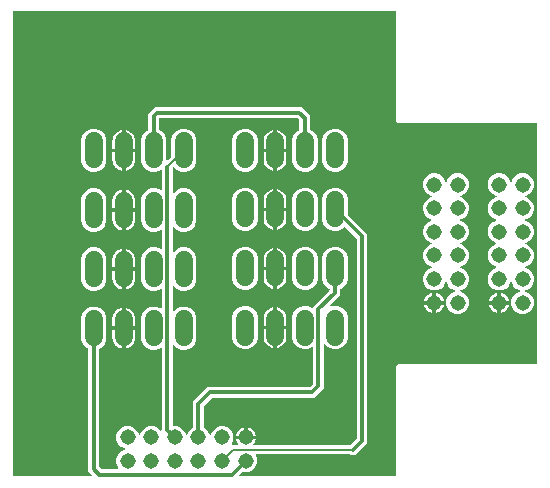
<source format=gbr>
G04 EAGLE Gerber RS-274X export*
G75*
%MOMM*%
%FSLAX34Y34*%
%LPD*%
%INBottom Copper*%
%IPPOS*%
%AMOC8*
5,1,8,0,0,1.08239X$1,22.5*%
G01*
%ADD10C,1.310009*%
%ADD11C,1.524000*%
%ADD12C,0.152400*%
%ADD13C,0.304800*%

G36*
X69217Y3060D02*
X69217Y3060D01*
X69289Y3062D01*
X69338Y3080D01*
X69389Y3088D01*
X69453Y3122D01*
X69520Y3147D01*
X69561Y3179D01*
X69607Y3204D01*
X69656Y3256D01*
X69712Y3300D01*
X69740Y3344D01*
X69776Y3382D01*
X69806Y3447D01*
X69845Y3507D01*
X69858Y3558D01*
X69880Y3605D01*
X69888Y3676D01*
X69905Y3746D01*
X69901Y3798D01*
X69907Y3849D01*
X69892Y3920D01*
X69886Y3991D01*
X69866Y4039D01*
X69855Y4090D01*
X69818Y4151D01*
X69790Y4217D01*
X69745Y4273D01*
X69728Y4301D01*
X69711Y4316D01*
X69685Y4348D01*
X66827Y7206D01*
X66827Y110718D01*
X66809Y110832D01*
X66791Y110949D01*
X66789Y110954D01*
X66788Y110960D01*
X66733Y111063D01*
X66680Y111168D01*
X66675Y111172D01*
X66672Y111178D01*
X66588Y111258D01*
X66504Y111340D01*
X66498Y111344D01*
X66494Y111347D01*
X66477Y111355D01*
X66357Y111421D01*
X65357Y111835D01*
X62355Y114837D01*
X60731Y118758D01*
X60731Y138242D01*
X62355Y142163D01*
X65357Y145165D01*
X69278Y146789D01*
X73522Y146789D01*
X77443Y145165D01*
X80445Y142163D01*
X82069Y138242D01*
X82069Y118758D01*
X80445Y114837D01*
X77443Y111835D01*
X76443Y111421D01*
X76343Y111359D01*
X76243Y111299D01*
X76239Y111295D01*
X76234Y111291D01*
X76159Y111201D01*
X76083Y111113D01*
X76081Y111107D01*
X76077Y111102D01*
X76035Y110993D01*
X75991Y110884D01*
X75990Y110877D01*
X75989Y110872D01*
X75988Y110854D01*
X75973Y110718D01*
X75973Y11309D01*
X75987Y11219D01*
X75995Y11128D01*
X76007Y11099D01*
X76012Y11067D01*
X76055Y10986D01*
X76091Y10902D01*
X76117Y10870D01*
X76128Y10849D01*
X76151Y10827D01*
X76196Y10771D01*
X77671Y9296D01*
X77745Y9243D01*
X77815Y9183D01*
X77845Y9171D01*
X77871Y9152D01*
X77958Y9125D01*
X78043Y9091D01*
X78084Y9087D01*
X78106Y9080D01*
X78138Y9081D01*
X78209Y9073D01*
X91515Y9073D01*
X91586Y9084D01*
X91657Y9086D01*
X91706Y9104D01*
X91758Y9112D01*
X91821Y9146D01*
X91888Y9171D01*
X91929Y9203D01*
X91975Y9228D01*
X92024Y9279D01*
X92080Y9324D01*
X92109Y9368D01*
X92144Y9406D01*
X92175Y9471D01*
X92213Y9531D01*
X92226Y9582D01*
X92248Y9629D01*
X92256Y9700D01*
X92273Y9770D01*
X92269Y9822D01*
X92275Y9873D01*
X92260Y9944D01*
X92254Y10015D01*
X92234Y10063D01*
X92223Y10114D01*
X92186Y10175D01*
X92158Y10241D01*
X92113Y10297D01*
X92097Y10325D01*
X92079Y10340D01*
X92053Y10372D01*
X91863Y10563D01*
X90401Y14091D01*
X90401Y17909D01*
X91863Y21437D01*
X94563Y24137D01*
X97361Y25297D01*
X97422Y25335D01*
X97488Y25364D01*
X97526Y25399D01*
X97570Y25426D01*
X97616Y25482D01*
X97669Y25530D01*
X97694Y25576D01*
X97727Y25616D01*
X97753Y25683D01*
X97788Y25746D01*
X97797Y25797D01*
X97815Y25845D01*
X97818Y25917D01*
X97831Y25988D01*
X97824Y26039D01*
X97826Y26091D01*
X97806Y26160D01*
X97795Y26231D01*
X97772Y26277D01*
X97757Y26327D01*
X97716Y26386D01*
X97684Y26450D01*
X97647Y26487D01*
X97617Y26529D01*
X97560Y26572D01*
X97508Y26622D01*
X97446Y26657D01*
X97420Y26676D01*
X97397Y26683D01*
X97361Y26703D01*
X94563Y27863D01*
X91863Y30563D01*
X90401Y34091D01*
X90401Y37909D01*
X91863Y41437D01*
X94563Y44137D01*
X98091Y45599D01*
X101909Y45599D01*
X105437Y44137D01*
X108138Y41437D01*
X109297Y38639D01*
X109335Y38578D01*
X109364Y38512D01*
X109399Y38474D01*
X109426Y38430D01*
X109482Y38384D01*
X109530Y38331D01*
X109576Y38306D01*
X109616Y38273D01*
X109683Y38247D01*
X109746Y38212D01*
X109797Y38203D01*
X109845Y38185D01*
X109917Y38182D01*
X109988Y38169D01*
X110039Y38176D01*
X110091Y38174D01*
X110160Y38194D01*
X110231Y38205D01*
X110277Y38228D01*
X110327Y38243D01*
X110386Y38284D01*
X110450Y38316D01*
X110487Y38353D01*
X110530Y38383D01*
X110572Y38440D01*
X110623Y38492D01*
X110657Y38554D01*
X110676Y38580D01*
X110684Y38603D01*
X110703Y38639D01*
X111863Y41437D01*
X114563Y44137D01*
X118091Y45599D01*
X121909Y45599D01*
X125437Y44137D01*
X127628Y41947D01*
X127686Y41905D01*
X127738Y41856D01*
X127785Y41834D01*
X127827Y41804D01*
X127896Y41782D01*
X127961Y41752D01*
X128013Y41746D01*
X128063Y41731D01*
X128134Y41733D01*
X128205Y41725D01*
X128256Y41736D01*
X128308Y41738D01*
X128376Y41762D01*
X128446Y41777D01*
X128491Y41804D01*
X128539Y41822D01*
X128595Y41867D01*
X128657Y41904D01*
X128691Y41943D01*
X128731Y41976D01*
X128770Y42036D01*
X128817Y42090D01*
X128836Y42139D01*
X128864Y42183D01*
X128882Y42252D01*
X128909Y42319D01*
X128917Y42390D01*
X128925Y42421D01*
X128923Y42444D01*
X128927Y42485D01*
X128927Y110979D01*
X128920Y111025D01*
X128922Y111071D01*
X128900Y111145D01*
X128888Y111222D01*
X128866Y111263D01*
X128853Y111307D01*
X128809Y111371D01*
X128772Y111440D01*
X128739Y111471D01*
X128713Y111509D01*
X128650Y111555D01*
X128594Y111609D01*
X128552Y111628D01*
X128516Y111656D01*
X128442Y111680D01*
X128371Y111713D01*
X128325Y111718D01*
X128282Y111732D01*
X128204Y111731D01*
X128127Y111740D01*
X128082Y111730D01*
X128036Y111730D01*
X127904Y111691D01*
X127886Y111687D01*
X127882Y111685D01*
X127875Y111683D01*
X124322Y110211D01*
X120078Y110211D01*
X116157Y111835D01*
X113155Y114837D01*
X111531Y118758D01*
X111531Y138242D01*
X113155Y142163D01*
X116157Y145165D01*
X120078Y146789D01*
X124322Y146789D01*
X127875Y145317D01*
X127919Y145307D01*
X127961Y145287D01*
X128038Y145279D01*
X128114Y145261D01*
X128160Y145265D01*
X128205Y145260D01*
X128282Y145277D01*
X128359Y145284D01*
X128401Y145303D01*
X128446Y145313D01*
X128513Y145353D01*
X128584Y145384D01*
X128618Y145415D01*
X128657Y145439D01*
X128708Y145498D01*
X128765Y145551D01*
X128787Y145591D01*
X128817Y145626D01*
X128846Y145698D01*
X128883Y145766D01*
X128892Y145811D01*
X128909Y145854D01*
X128924Y145990D01*
X128927Y146008D01*
X128926Y146013D01*
X128927Y146021D01*
X128927Y160979D01*
X128920Y161025D01*
X128922Y161071D01*
X128900Y161145D01*
X128888Y161222D01*
X128866Y161263D01*
X128853Y161307D01*
X128809Y161371D01*
X128772Y161440D01*
X128739Y161471D01*
X128713Y161509D01*
X128650Y161555D01*
X128594Y161609D01*
X128552Y161628D01*
X128516Y161656D01*
X128442Y161680D01*
X128371Y161713D01*
X128325Y161718D01*
X128282Y161732D01*
X128204Y161731D01*
X128127Y161740D01*
X128082Y161730D01*
X128036Y161730D01*
X127904Y161691D01*
X127886Y161687D01*
X127882Y161685D01*
X127875Y161683D01*
X124322Y160211D01*
X120078Y160211D01*
X116157Y161835D01*
X113155Y164837D01*
X111531Y168758D01*
X111531Y188242D01*
X113155Y192163D01*
X116157Y195165D01*
X120078Y196789D01*
X124322Y196789D01*
X127875Y195317D01*
X127919Y195307D01*
X127961Y195287D01*
X128038Y195279D01*
X128114Y195261D01*
X128160Y195265D01*
X128205Y195260D01*
X128282Y195277D01*
X128359Y195284D01*
X128401Y195303D01*
X128446Y195313D01*
X128513Y195353D01*
X128584Y195384D01*
X128618Y195415D01*
X128657Y195439D01*
X128708Y195498D01*
X128765Y195551D01*
X128787Y195591D01*
X128817Y195626D01*
X128846Y195698D01*
X128883Y195766D01*
X128892Y195811D01*
X128909Y195854D01*
X128924Y195990D01*
X128927Y196008D01*
X128926Y196013D01*
X128927Y196021D01*
X128927Y210979D01*
X128920Y211025D01*
X128922Y211071D01*
X128900Y211145D01*
X128888Y211222D01*
X128866Y211263D01*
X128853Y211307D01*
X128809Y211371D01*
X128772Y211440D01*
X128739Y211471D01*
X128713Y211509D01*
X128650Y211555D01*
X128594Y211609D01*
X128552Y211628D01*
X128516Y211656D01*
X128442Y211680D01*
X128371Y211713D01*
X128325Y211718D01*
X128282Y211732D01*
X128204Y211731D01*
X128127Y211740D01*
X128082Y211730D01*
X128036Y211730D01*
X127904Y211691D01*
X127886Y211687D01*
X127882Y211685D01*
X127875Y211683D01*
X124322Y210211D01*
X120078Y210211D01*
X116157Y211835D01*
X113155Y214837D01*
X111531Y218758D01*
X111531Y238242D01*
X113155Y242163D01*
X116157Y245165D01*
X120078Y246789D01*
X124322Y246789D01*
X127875Y245317D01*
X127919Y245307D01*
X127961Y245287D01*
X128038Y245279D01*
X128114Y245261D01*
X128160Y245265D01*
X128205Y245260D01*
X128282Y245277D01*
X128359Y245284D01*
X128401Y245303D01*
X128446Y245313D01*
X128513Y245353D01*
X128584Y245384D01*
X128618Y245415D01*
X128657Y245439D01*
X128708Y245498D01*
X128765Y245551D01*
X128787Y245591D01*
X128817Y245626D01*
X128846Y245698D01*
X128883Y245766D01*
X128892Y245811D01*
X128909Y245854D01*
X128924Y245990D01*
X128927Y246008D01*
X128926Y246013D01*
X128927Y246021D01*
X128927Y261479D01*
X128920Y261525D01*
X128922Y261571D01*
X128900Y261645D01*
X128888Y261722D01*
X128866Y261763D01*
X128853Y261807D01*
X128809Y261871D01*
X128772Y261940D01*
X128739Y261971D01*
X128713Y262009D01*
X128650Y262055D01*
X128594Y262109D01*
X128552Y262128D01*
X128516Y262156D01*
X128442Y262180D01*
X128371Y262213D01*
X128325Y262218D01*
X128282Y262232D01*
X128204Y262231D01*
X128127Y262240D01*
X128082Y262230D01*
X128036Y262230D01*
X127904Y262191D01*
X127886Y262187D01*
X127882Y262185D01*
X127875Y262183D01*
X124322Y260711D01*
X120078Y260711D01*
X116157Y262335D01*
X113155Y265337D01*
X111531Y269258D01*
X111531Y288742D01*
X113155Y292663D01*
X116157Y295665D01*
X117157Y296079D01*
X117257Y296141D01*
X117357Y296201D01*
X117361Y296205D01*
X117366Y296209D01*
X117441Y296299D01*
X117517Y296387D01*
X117519Y296393D01*
X117523Y296398D01*
X117565Y296507D01*
X117609Y296616D01*
X117610Y296623D01*
X117611Y296628D01*
X117612Y296646D01*
X117627Y296782D01*
X117627Y310094D01*
X123106Y315573D01*
X247394Y315573D01*
X254573Y308394D01*
X254573Y296865D01*
X254574Y296856D01*
X254574Y296852D01*
X254579Y296830D01*
X254592Y296750D01*
X254609Y296634D01*
X254611Y296629D01*
X254612Y296622D01*
X254667Y296520D01*
X254720Y296415D01*
X254725Y296411D01*
X254728Y296405D01*
X254812Y296325D01*
X254896Y296243D01*
X254902Y296239D01*
X254906Y296236D01*
X254923Y296228D01*
X255043Y296162D01*
X256243Y295665D01*
X259245Y292663D01*
X260869Y288742D01*
X260869Y269258D01*
X259245Y265337D01*
X256243Y262335D01*
X252322Y260711D01*
X248078Y260711D01*
X244157Y262335D01*
X241155Y265337D01*
X239531Y269258D01*
X239531Y288742D01*
X241155Y292663D01*
X244157Y295665D01*
X244957Y295996D01*
X245057Y296058D01*
X245157Y296118D01*
X245161Y296122D01*
X245166Y296126D01*
X245241Y296216D01*
X245317Y296305D01*
X245319Y296310D01*
X245323Y296315D01*
X245365Y296424D01*
X245409Y296533D01*
X245410Y296540D01*
X245411Y296545D01*
X245412Y296563D01*
X245427Y296699D01*
X245427Y304291D01*
X245413Y304381D01*
X245405Y304472D01*
X245393Y304501D01*
X245388Y304533D01*
X245345Y304614D01*
X245309Y304698D01*
X245283Y304730D01*
X245272Y304751D01*
X245249Y304773D01*
X245204Y304829D01*
X243829Y306204D01*
X243755Y306257D01*
X243685Y306317D01*
X243655Y306329D01*
X243629Y306348D01*
X243542Y306375D01*
X243457Y306409D01*
X243416Y306413D01*
X243394Y306420D01*
X243362Y306419D01*
X243291Y306427D01*
X127534Y306427D01*
X127514Y306424D01*
X127495Y306426D01*
X127393Y306404D01*
X127291Y306388D01*
X127274Y306378D01*
X127254Y306374D01*
X127165Y306321D01*
X127074Y306272D01*
X127060Y306258D01*
X127043Y306248D01*
X126976Y306169D01*
X126904Y306094D01*
X126896Y306076D01*
X126883Y306061D01*
X126844Y305965D01*
X126801Y305871D01*
X126799Y305851D01*
X126791Y305833D01*
X126773Y305666D01*
X126773Y296782D01*
X126792Y296666D01*
X126809Y296551D01*
X126811Y296546D01*
X126812Y296540D01*
X126867Y296437D01*
X126920Y296332D01*
X126925Y296328D01*
X126928Y296322D01*
X127012Y296242D01*
X127096Y296160D01*
X127102Y296156D01*
X127106Y296153D01*
X127123Y296145D01*
X127243Y296079D01*
X128243Y295665D01*
X131245Y292663D01*
X132869Y288742D01*
X132869Y271496D01*
X132880Y271425D01*
X132882Y271353D01*
X132900Y271304D01*
X132908Y271253D01*
X132942Y271190D01*
X132967Y271122D01*
X132999Y271082D01*
X133024Y271036D01*
X133076Y270986D01*
X133120Y270930D01*
X133164Y270902D01*
X133202Y270866D01*
X133267Y270836D01*
X133327Y270797D01*
X133378Y270785D01*
X133425Y270763D01*
X133496Y270755D01*
X133566Y270737D01*
X133618Y270741D01*
X133669Y270736D01*
X133740Y270751D01*
X133811Y270756D01*
X133859Y270777D01*
X133910Y270788D01*
X133971Y270825D01*
X134037Y270853D01*
X134093Y270897D01*
X134121Y270914D01*
X134136Y270932D01*
X134168Y270957D01*
X136708Y273498D01*
X136761Y273572D01*
X136821Y273641D01*
X136833Y273671D01*
X136852Y273697D01*
X136879Y273784D01*
X136913Y273869D01*
X136917Y273910D01*
X136924Y273932D01*
X136923Y273965D01*
X136931Y274036D01*
X136931Y288742D01*
X138555Y292663D01*
X141557Y295665D01*
X145478Y297289D01*
X149722Y297289D01*
X153643Y295665D01*
X156645Y292663D01*
X158269Y288742D01*
X158269Y269258D01*
X156645Y265337D01*
X153643Y262335D01*
X149722Y260711D01*
X145478Y260711D01*
X141557Y262335D01*
X139479Y264413D01*
X139463Y264425D01*
X139450Y264440D01*
X139363Y264496D01*
X139279Y264557D01*
X139260Y264563D01*
X139243Y264573D01*
X139143Y264599D01*
X139044Y264629D01*
X139024Y264629D01*
X139005Y264633D01*
X138902Y264625D01*
X138798Y264623D01*
X138779Y264616D01*
X138760Y264614D01*
X138665Y264574D01*
X138567Y264538D01*
X138552Y264526D01*
X138533Y264518D01*
X138402Y264413D01*
X138296Y264306D01*
X138243Y264233D01*
X138183Y264163D01*
X138171Y264133D01*
X138152Y264107D01*
X138125Y264020D01*
X138091Y263935D01*
X138087Y263894D01*
X138080Y263872D01*
X138081Y263839D01*
X138073Y263768D01*
X138073Y243518D01*
X138084Y243448D01*
X138086Y243376D01*
X138104Y243327D01*
X138112Y243276D01*
X138146Y243212D01*
X138171Y243145D01*
X138203Y243104D01*
X138228Y243058D01*
X138280Y243009D01*
X138324Y242953D01*
X138368Y242925D01*
X138406Y242889D01*
X138471Y242859D01*
X138531Y242820D01*
X138582Y242807D01*
X138629Y242785D01*
X138700Y242777D01*
X138770Y242760D01*
X138822Y242764D01*
X138873Y242758D01*
X138944Y242773D01*
X139015Y242779D01*
X139063Y242799D01*
X139114Y242810D01*
X139175Y242847D01*
X139241Y242875D01*
X139297Y242920D01*
X139325Y242937D01*
X139340Y242954D01*
X139372Y242980D01*
X141557Y245165D01*
X145478Y246789D01*
X149722Y246789D01*
X153643Y245165D01*
X156645Y242163D01*
X158269Y238242D01*
X158269Y218758D01*
X156645Y214837D01*
X153643Y211835D01*
X149722Y210211D01*
X145478Y210211D01*
X141557Y211835D01*
X139372Y214020D01*
X139314Y214062D01*
X139262Y214111D01*
X139215Y214133D01*
X139173Y214163D01*
X139104Y214184D01*
X139039Y214215D01*
X138987Y214220D01*
X138937Y214236D01*
X138866Y214234D01*
X138795Y214242D01*
X138744Y214231D01*
X138692Y214229D01*
X138624Y214205D01*
X138554Y214190D01*
X138509Y214163D01*
X138461Y214145D01*
X138405Y214100D01*
X138343Y214063D01*
X138309Y214024D01*
X138269Y213991D01*
X138230Y213931D01*
X138183Y213876D01*
X138164Y213828D01*
X138136Y213784D01*
X138118Y213715D01*
X138091Y213648D01*
X138083Y213577D01*
X138075Y213546D01*
X138077Y213523D01*
X138073Y213482D01*
X138073Y193518D01*
X138084Y193448D01*
X138086Y193376D01*
X138104Y193327D01*
X138112Y193276D01*
X138146Y193212D01*
X138171Y193145D01*
X138203Y193104D01*
X138228Y193058D01*
X138280Y193009D01*
X138324Y192953D01*
X138368Y192925D01*
X138406Y192889D01*
X138471Y192859D01*
X138531Y192820D01*
X138582Y192807D01*
X138629Y192785D01*
X138700Y192777D01*
X138770Y192760D01*
X138822Y192764D01*
X138873Y192758D01*
X138944Y192773D01*
X139015Y192779D01*
X139063Y192799D01*
X139114Y192810D01*
X139175Y192847D01*
X139241Y192875D01*
X139297Y192920D01*
X139325Y192937D01*
X139340Y192954D01*
X139372Y192980D01*
X141557Y195165D01*
X145478Y196789D01*
X149722Y196789D01*
X153643Y195165D01*
X156645Y192163D01*
X158269Y188242D01*
X158269Y168758D01*
X156645Y164837D01*
X153643Y161835D01*
X149722Y160211D01*
X145478Y160211D01*
X141557Y161835D01*
X139372Y164020D01*
X139314Y164062D01*
X139262Y164111D01*
X139215Y164133D01*
X139173Y164163D01*
X139104Y164184D01*
X139039Y164215D01*
X138987Y164220D01*
X138937Y164236D01*
X138866Y164234D01*
X138795Y164242D01*
X138744Y164231D01*
X138692Y164229D01*
X138624Y164205D01*
X138554Y164190D01*
X138509Y164163D01*
X138461Y164145D01*
X138405Y164100D01*
X138343Y164063D01*
X138309Y164024D01*
X138269Y163991D01*
X138230Y163931D01*
X138183Y163876D01*
X138164Y163828D01*
X138136Y163784D01*
X138118Y163715D01*
X138091Y163648D01*
X138083Y163577D01*
X138075Y163546D01*
X138077Y163523D01*
X138073Y163482D01*
X138073Y143518D01*
X138084Y143448D01*
X138086Y143376D01*
X138104Y143327D01*
X138112Y143276D01*
X138146Y143212D01*
X138171Y143145D01*
X138203Y143104D01*
X138228Y143058D01*
X138280Y143009D01*
X138324Y142953D01*
X138368Y142925D01*
X138406Y142889D01*
X138471Y142859D01*
X138531Y142820D01*
X138582Y142807D01*
X138629Y142785D01*
X138700Y142777D01*
X138770Y142760D01*
X138822Y142764D01*
X138873Y142758D01*
X138944Y142773D01*
X139015Y142779D01*
X139063Y142799D01*
X139114Y142810D01*
X139175Y142847D01*
X139241Y142875D01*
X139297Y142920D01*
X139325Y142937D01*
X139340Y142954D01*
X139372Y142980D01*
X141557Y145165D01*
X145478Y146789D01*
X149722Y146789D01*
X153643Y145165D01*
X156645Y142163D01*
X158269Y138242D01*
X158269Y118758D01*
X156645Y114837D01*
X153643Y111835D01*
X149722Y110211D01*
X145478Y110211D01*
X141557Y111835D01*
X139372Y114020D01*
X139314Y114062D01*
X139262Y114111D01*
X139215Y114133D01*
X139173Y114163D01*
X139104Y114184D01*
X139039Y114215D01*
X138987Y114220D01*
X138937Y114236D01*
X138866Y114234D01*
X138795Y114242D01*
X138744Y114231D01*
X138692Y114229D01*
X138624Y114205D01*
X138554Y114190D01*
X138509Y114163D01*
X138461Y114145D01*
X138405Y114100D01*
X138343Y114063D01*
X138309Y114024D01*
X138269Y113991D01*
X138230Y113931D01*
X138183Y113876D01*
X138164Y113828D01*
X138136Y113784D01*
X138118Y113715D01*
X138091Y113648D01*
X138083Y113577D01*
X138075Y113546D01*
X138077Y113523D01*
X138073Y113482D01*
X138073Y46360D01*
X138076Y46340D01*
X138074Y46321D01*
X138096Y46219D01*
X138112Y46117D01*
X138122Y46100D01*
X138126Y46080D01*
X138179Y45991D01*
X138228Y45900D01*
X138242Y45886D01*
X138252Y45869D01*
X138331Y45802D01*
X138406Y45731D01*
X138424Y45722D01*
X138439Y45709D01*
X138535Y45670D01*
X138629Y45627D01*
X138649Y45625D01*
X138667Y45617D01*
X138834Y45599D01*
X141909Y45599D01*
X145437Y44137D01*
X148137Y41437D01*
X149297Y38639D01*
X149335Y38578D01*
X149364Y38512D01*
X149399Y38474D01*
X149426Y38430D01*
X149482Y38384D01*
X149530Y38331D01*
X149576Y38306D01*
X149616Y38273D01*
X149683Y38247D01*
X149746Y38213D01*
X149797Y38203D01*
X149845Y38185D01*
X149917Y38182D01*
X149988Y38169D01*
X150039Y38176D01*
X150091Y38174D01*
X150160Y38194D01*
X150231Y38205D01*
X150277Y38228D01*
X150327Y38243D01*
X150386Y38284D01*
X150450Y38316D01*
X150487Y38353D01*
X150529Y38383D01*
X150572Y38441D01*
X150622Y38492D01*
X150657Y38555D01*
X150676Y38580D01*
X150683Y38603D01*
X150703Y38639D01*
X151863Y41437D01*
X154563Y44137D01*
X154957Y44301D01*
X155057Y44362D01*
X155157Y44422D01*
X155161Y44427D01*
X155166Y44431D01*
X155241Y44520D01*
X155317Y44609D01*
X155319Y44615D01*
X155323Y44620D01*
X155365Y44728D01*
X155409Y44837D01*
X155410Y44845D01*
X155411Y44850D01*
X155412Y44868D01*
X155427Y45004D01*
X155427Y66394D01*
X167606Y78573D01*
X253791Y78573D01*
X253881Y78587D01*
X253972Y78595D01*
X254001Y78607D01*
X254033Y78612D01*
X254114Y78655D01*
X254198Y78691D01*
X254230Y78717D01*
X254251Y78728D01*
X254273Y78751D01*
X254329Y78796D01*
X256704Y81171D01*
X256757Y81245D01*
X256817Y81315D01*
X256829Y81345D01*
X256848Y81371D01*
X256875Y81458D01*
X256909Y81543D01*
X256913Y81584D01*
X256920Y81606D01*
X256919Y81638D01*
X256927Y81709D01*
X256927Y111479D01*
X256920Y111525D01*
X256922Y111571D01*
X256900Y111645D01*
X256888Y111722D01*
X256866Y111763D01*
X256853Y111807D01*
X256809Y111871D01*
X256772Y111940D01*
X256739Y111971D01*
X256713Y112009D01*
X256650Y112055D01*
X256594Y112109D01*
X256552Y112128D01*
X256516Y112156D01*
X256442Y112180D01*
X256371Y112213D01*
X256325Y112218D01*
X256282Y112232D01*
X256204Y112231D01*
X256127Y112240D01*
X256082Y112230D01*
X256036Y112230D01*
X255904Y112191D01*
X255886Y112187D01*
X255882Y112185D01*
X255875Y112183D01*
X252322Y110711D01*
X248078Y110711D01*
X244157Y112335D01*
X241155Y115337D01*
X239531Y119258D01*
X239531Y138742D01*
X241155Y142663D01*
X244157Y145665D01*
X248078Y147289D01*
X252322Y147289D01*
X255875Y145817D01*
X255919Y145807D01*
X255961Y145787D01*
X256038Y145779D01*
X256114Y145761D01*
X256160Y145765D01*
X256205Y145760D01*
X256282Y145777D01*
X256359Y145784D01*
X256401Y145803D01*
X256446Y145813D01*
X256513Y145853D01*
X256584Y145884D01*
X256618Y145915D01*
X256657Y145939D01*
X256708Y145998D01*
X256765Y146051D01*
X256787Y146091D01*
X256817Y146126D01*
X256846Y146198D01*
X256883Y146266D01*
X256892Y146311D01*
X256909Y146354D01*
X256912Y146378D01*
X270804Y160271D01*
X270857Y160345D01*
X270917Y160415D01*
X270929Y160445D01*
X270948Y160471D01*
X270975Y160558D01*
X271009Y160643D01*
X271013Y160684D01*
X271020Y160706D01*
X271019Y160738D01*
X271027Y160809D01*
X271027Y161218D01*
X271008Y161332D01*
X270991Y161449D01*
X270989Y161454D01*
X270988Y161460D01*
X270933Y161563D01*
X270880Y161668D01*
X270875Y161672D01*
X270872Y161678D01*
X270788Y161758D01*
X270704Y161840D01*
X270698Y161844D01*
X270694Y161847D01*
X270677Y161855D01*
X270557Y161921D01*
X269557Y162335D01*
X266555Y165337D01*
X264931Y169258D01*
X264931Y188742D01*
X266555Y192663D01*
X269557Y195665D01*
X273478Y197289D01*
X277722Y197289D01*
X281643Y195665D01*
X284645Y192663D01*
X286269Y188742D01*
X286269Y169258D01*
X284645Y165337D01*
X281643Y162335D01*
X280643Y161921D01*
X280543Y161859D01*
X280443Y161799D01*
X280439Y161795D01*
X280434Y161791D01*
X280359Y161701D01*
X280283Y161613D01*
X280281Y161607D01*
X280277Y161602D01*
X280235Y161493D01*
X280191Y161384D01*
X280190Y161377D01*
X280189Y161372D01*
X280188Y161354D01*
X280173Y161218D01*
X280173Y156706D01*
X271537Y148070D01*
X271480Y147991D01*
X271418Y147916D01*
X271408Y147891D01*
X271393Y147870D01*
X271365Y147777D01*
X271330Y147686D01*
X271329Y147660D01*
X271321Y147635D01*
X271323Y147538D01*
X271319Y147440D01*
X271327Y147415D01*
X271327Y147389D01*
X271361Y147298D01*
X271388Y147204D01*
X271403Y147183D01*
X271412Y147158D01*
X271473Y147082D01*
X271528Y147002D01*
X271549Y146987D01*
X271565Y146966D01*
X271647Y146913D01*
X271725Y146855D01*
X271750Y146847D01*
X271772Y146833D01*
X271867Y146809D01*
X271959Y146779D01*
X271985Y146779D01*
X272011Y146773D01*
X272108Y146781D01*
X272205Y146782D01*
X272237Y146791D01*
X272256Y146792D01*
X272286Y146805D01*
X272366Y146828D01*
X273478Y147289D01*
X277722Y147289D01*
X281643Y145665D01*
X284645Y142663D01*
X286269Y138742D01*
X286269Y119258D01*
X284645Y115337D01*
X281643Y112335D01*
X277722Y110711D01*
X273478Y110711D01*
X269557Y112335D01*
X267372Y114520D01*
X267314Y114562D01*
X267262Y114611D01*
X267215Y114633D01*
X267173Y114663D01*
X267104Y114684D01*
X267039Y114715D01*
X266987Y114720D01*
X266937Y114736D01*
X266866Y114734D01*
X266795Y114742D01*
X266744Y114731D01*
X266692Y114729D01*
X266624Y114705D01*
X266554Y114690D01*
X266509Y114663D01*
X266461Y114645D01*
X266405Y114600D01*
X266343Y114563D01*
X266309Y114524D01*
X266269Y114491D01*
X266230Y114431D01*
X266183Y114376D01*
X266164Y114328D01*
X266136Y114284D01*
X266118Y114215D01*
X266091Y114148D01*
X266083Y114077D01*
X266075Y114046D01*
X266077Y114023D01*
X266073Y113982D01*
X266073Y77606D01*
X257894Y69427D01*
X171709Y69427D01*
X171619Y69413D01*
X171528Y69405D01*
X171499Y69393D01*
X171467Y69388D01*
X171386Y69345D01*
X171302Y69309D01*
X171270Y69283D01*
X171249Y69272D01*
X171227Y69249D01*
X171171Y69204D01*
X164796Y62829D01*
X164743Y62755D01*
X164683Y62685D01*
X164671Y62655D01*
X164652Y62629D01*
X164625Y62542D01*
X164591Y62457D01*
X164587Y62416D01*
X164580Y62394D01*
X164581Y62362D01*
X164573Y62291D01*
X164573Y45004D01*
X164591Y44889D01*
X164609Y44773D01*
X164611Y44768D01*
X164612Y44761D01*
X164667Y44659D01*
X164720Y44554D01*
X164725Y44550D01*
X164728Y44544D01*
X164812Y44464D01*
X164896Y44382D01*
X164902Y44378D01*
X164906Y44375D01*
X164923Y44367D01*
X165043Y44301D01*
X165437Y44137D01*
X168137Y41437D01*
X169297Y38639D01*
X169334Y38578D01*
X169364Y38512D01*
X169399Y38474D01*
X169426Y38430D01*
X169482Y38384D01*
X169530Y38331D01*
X169576Y38306D01*
X169616Y38273D01*
X169683Y38247D01*
X169745Y38213D01*
X169797Y38203D01*
X169845Y38185D01*
X169917Y38182D01*
X169988Y38169D01*
X170039Y38176D01*
X170091Y38174D01*
X170160Y38194D01*
X170231Y38205D01*
X170277Y38228D01*
X170327Y38243D01*
X170386Y38284D01*
X170450Y38316D01*
X170487Y38353D01*
X170529Y38383D01*
X170572Y38441D01*
X170622Y38492D01*
X170657Y38555D01*
X170676Y38580D01*
X170683Y38603D01*
X170703Y38639D01*
X171862Y41437D01*
X174563Y44137D01*
X178091Y45599D01*
X181909Y45599D01*
X185437Y44137D01*
X188137Y41437D01*
X189599Y37909D01*
X189599Y34091D01*
X188125Y30533D01*
X188094Y30500D01*
X188072Y30453D01*
X188041Y30411D01*
X188020Y30342D01*
X187990Y30277D01*
X187984Y30225D01*
X187969Y30176D01*
X187971Y30104D01*
X187963Y30033D01*
X187974Y29982D01*
X187975Y29930D01*
X188000Y29862D01*
X188015Y29792D01*
X188042Y29748D01*
X188060Y29699D01*
X188105Y29643D01*
X188141Y29581D01*
X188181Y29547D01*
X188213Y29507D01*
X188274Y29468D01*
X188328Y29421D01*
X188377Y29402D01*
X188420Y29374D01*
X188490Y29356D01*
X188556Y29329D01*
X188628Y29321D01*
X188659Y29313D01*
X188682Y29315D01*
X188723Y29311D01*
X192761Y29311D01*
X192879Y29330D01*
X192998Y29349D01*
X193001Y29350D01*
X193004Y29350D01*
X193108Y29406D01*
X193217Y29462D01*
X193219Y29464D01*
X193222Y29466D01*
X193303Y29552D01*
X193387Y29639D01*
X193389Y29642D01*
X193391Y29644D01*
X193442Y29753D01*
X193493Y29861D01*
X193493Y29864D01*
X193495Y29867D01*
X193508Y29985D01*
X193522Y30105D01*
X193521Y30108D01*
X193522Y30111D01*
X193496Y30228D01*
X193472Y30346D01*
X193470Y30349D01*
X193469Y30352D01*
X193464Y30361D01*
X193394Y30495D01*
X192422Y31950D01*
X191778Y33506D01*
X191585Y34477D01*
X199238Y34477D01*
X199257Y34480D01*
X199277Y34478D01*
X199378Y34500D01*
X199481Y34516D01*
X199498Y34526D01*
X199518Y34530D01*
X199607Y34583D01*
X199698Y34632D01*
X199712Y34646D01*
X199729Y34656D01*
X199796Y34735D01*
X199867Y34810D01*
X199876Y34828D01*
X199889Y34843D01*
X199927Y34939D01*
X199971Y35033D01*
X199973Y35053D01*
X199981Y35071D01*
X199999Y35238D01*
X199999Y36001D01*
X200001Y36001D01*
X200001Y35238D01*
X200004Y35218D01*
X200002Y35199D01*
X200024Y35097D01*
X200041Y34995D01*
X200050Y34978D01*
X200054Y34958D01*
X200107Y34869D01*
X200156Y34778D01*
X200170Y34764D01*
X200180Y34747D01*
X200259Y34680D01*
X200334Y34608D01*
X200352Y34600D01*
X200367Y34587D01*
X200463Y34548D01*
X200557Y34505D01*
X200577Y34503D01*
X200595Y34495D01*
X200762Y34477D01*
X208415Y34477D01*
X208222Y33506D01*
X207577Y31950D01*
X206864Y30882D01*
X206605Y30495D01*
X206556Y30386D01*
X206505Y30277D01*
X206505Y30274D01*
X206504Y30271D01*
X206491Y30151D01*
X206478Y30033D01*
X206479Y30029D01*
X206479Y30026D01*
X206505Y29910D01*
X206530Y29792D01*
X206532Y29789D01*
X206533Y29786D01*
X206595Y29684D01*
X206657Y29581D01*
X206659Y29579D01*
X206661Y29576D01*
X206753Y29499D01*
X206844Y29421D01*
X206846Y29420D01*
X206849Y29418D01*
X206959Y29375D01*
X207072Y29329D01*
X207075Y29329D01*
X207078Y29328D01*
X207088Y29327D01*
X207238Y29311D01*
X288029Y29311D01*
X288119Y29325D01*
X288210Y29333D01*
X288239Y29345D01*
X288271Y29350D01*
X288352Y29393D01*
X288436Y29429D01*
X288468Y29455D01*
X288489Y29466D01*
X288511Y29489D01*
X288567Y29534D01*
X293704Y34671D01*
X293757Y34745D01*
X293817Y34815D01*
X293829Y34845D01*
X293848Y34871D01*
X293875Y34958D01*
X293909Y35043D01*
X293913Y35084D01*
X293920Y35106D01*
X293919Y35138D01*
X293927Y35209D01*
X293927Y203891D01*
X293913Y203981D01*
X293905Y204072D01*
X293893Y204101D01*
X293888Y204133D01*
X293845Y204214D01*
X293809Y204298D01*
X293783Y204330D01*
X293772Y204351D01*
X293749Y204373D01*
X293704Y204429D01*
X284259Y213874D01*
X284243Y213886D01*
X284230Y213902D01*
X284143Y213958D01*
X284059Y214018D01*
X284040Y214024D01*
X284023Y214035D01*
X283923Y214060D01*
X283824Y214090D01*
X283804Y214090D01*
X283785Y214095D01*
X283682Y214087D01*
X283578Y214084D01*
X283559Y214077D01*
X283540Y214075D01*
X283445Y214035D01*
X283347Y213999D01*
X283331Y213987D01*
X283313Y213979D01*
X283182Y213874D01*
X281643Y212335D01*
X277722Y210711D01*
X273478Y210711D01*
X269557Y212335D01*
X266555Y215337D01*
X264931Y219258D01*
X264931Y238742D01*
X266555Y242663D01*
X269557Y245665D01*
X273478Y247289D01*
X277722Y247289D01*
X281643Y245665D01*
X284645Y242663D01*
X286269Y238742D01*
X286269Y225113D01*
X286283Y225023D01*
X286291Y224932D01*
X286303Y224903D01*
X286308Y224871D01*
X286351Y224790D01*
X286387Y224706D01*
X286413Y224674D01*
X286424Y224653D01*
X286447Y224631D01*
X286492Y224575D01*
X303073Y207994D01*
X303073Y31106D01*
X292894Y20927D01*
X289106Y20927D01*
X288567Y21466D01*
X288493Y21519D01*
X288423Y21579D01*
X288393Y21591D01*
X288367Y21610D01*
X288280Y21637D01*
X288195Y21671D01*
X288154Y21675D01*
X288132Y21682D01*
X288100Y21681D01*
X288029Y21689D01*
X209172Y21689D01*
X209127Y21682D01*
X209081Y21684D01*
X209006Y21662D01*
X208930Y21650D01*
X208889Y21628D01*
X208845Y21615D01*
X208781Y21571D01*
X208712Y21534D01*
X208681Y21501D01*
X208643Y21475D01*
X208596Y21412D01*
X208543Y21356D01*
X208523Y21314D01*
X208496Y21278D01*
X208472Y21204D01*
X208439Y21133D01*
X208434Y21087D01*
X208420Y21044D01*
X208421Y20966D01*
X208412Y20889D01*
X208422Y20844D01*
X208422Y20798D01*
X208460Y20666D01*
X208464Y20648D01*
X208467Y20644D01*
X208469Y20637D01*
X209599Y17909D01*
X209599Y14091D01*
X208137Y10563D01*
X205437Y7863D01*
X201909Y6401D01*
X198091Y6401D01*
X197696Y6565D01*
X197582Y6591D01*
X197469Y6620D01*
X197463Y6619D01*
X197457Y6621D01*
X197340Y6610D01*
X197224Y6601D01*
X197218Y6598D01*
X197212Y6598D01*
X197104Y6550D01*
X196997Y6504D01*
X196991Y6500D01*
X196987Y6498D01*
X196973Y6485D01*
X196866Y6400D01*
X194815Y4348D01*
X194773Y4290D01*
X194724Y4238D01*
X194702Y4191D01*
X194671Y4149D01*
X194650Y4080D01*
X194620Y4015D01*
X194614Y3963D01*
X194599Y3913D01*
X194601Y3842D01*
X194593Y3771D01*
X194604Y3720D01*
X194605Y3668D01*
X194630Y3600D01*
X194645Y3530D01*
X194672Y3486D01*
X194690Y3437D01*
X194735Y3381D01*
X194771Y3319D01*
X194811Y3285D01*
X194844Y3245D01*
X194904Y3206D01*
X194958Y3159D01*
X195007Y3140D01*
X195050Y3112D01*
X195120Y3094D01*
X195187Y3067D01*
X195258Y3059D01*
X195289Y3051D01*
X195312Y3053D01*
X195353Y3049D01*
X326190Y3049D01*
X326210Y3052D01*
X326229Y3050D01*
X326331Y3072D01*
X326433Y3088D01*
X326450Y3098D01*
X326470Y3102D01*
X326559Y3155D01*
X326650Y3204D01*
X326664Y3218D01*
X326681Y3228D01*
X326748Y3307D01*
X326820Y3382D01*
X326828Y3400D01*
X326841Y3415D01*
X326880Y3511D01*
X326923Y3605D01*
X326925Y3625D01*
X326933Y3643D01*
X326951Y3810D01*
X326951Y96263D01*
X328737Y98049D01*
X446190Y98049D01*
X446210Y98052D01*
X446229Y98050D01*
X446331Y98072D01*
X446433Y98088D01*
X446450Y98098D01*
X446470Y98102D01*
X446559Y98155D01*
X446650Y98204D01*
X446664Y98218D01*
X446681Y98228D01*
X446748Y98307D01*
X446820Y98382D01*
X446828Y98400D01*
X446841Y98415D01*
X446880Y98511D01*
X446923Y98605D01*
X446925Y98625D01*
X446933Y98643D01*
X446951Y98810D01*
X446951Y301190D01*
X446948Y301210D01*
X446950Y301229D01*
X446928Y301331D01*
X446912Y301433D01*
X446902Y301450D01*
X446898Y301470D01*
X446845Y301559D01*
X446796Y301650D01*
X446782Y301664D01*
X446772Y301681D01*
X446693Y301748D01*
X446618Y301820D01*
X446600Y301828D01*
X446585Y301841D01*
X446489Y301880D01*
X446395Y301923D01*
X446375Y301925D01*
X446357Y301933D01*
X446190Y301951D01*
X328737Y301951D01*
X326951Y303737D01*
X326951Y396190D01*
X326948Y396210D01*
X326950Y396229D01*
X326928Y396331D01*
X326912Y396433D01*
X326902Y396450D01*
X326898Y396470D01*
X326845Y396559D01*
X326796Y396650D01*
X326782Y396664D01*
X326772Y396681D01*
X326693Y396748D01*
X326618Y396820D01*
X326600Y396828D01*
X326585Y396841D01*
X326489Y396880D01*
X326395Y396923D01*
X326375Y396925D01*
X326357Y396933D01*
X326190Y396951D01*
X3810Y396951D01*
X3790Y396948D01*
X3771Y396950D01*
X3669Y396928D01*
X3567Y396912D01*
X3550Y396902D01*
X3530Y396898D01*
X3441Y396845D01*
X3350Y396796D01*
X3336Y396782D01*
X3319Y396772D01*
X3252Y396693D01*
X3180Y396618D01*
X3172Y396600D01*
X3159Y396585D01*
X3120Y396489D01*
X3077Y396395D01*
X3075Y396375D01*
X3067Y396357D01*
X3049Y396190D01*
X3049Y3810D01*
X3052Y3790D01*
X3050Y3771D01*
X3072Y3669D01*
X3088Y3567D01*
X3098Y3550D01*
X3102Y3530D01*
X3155Y3441D01*
X3204Y3350D01*
X3218Y3336D01*
X3228Y3319D01*
X3307Y3252D01*
X3382Y3180D01*
X3400Y3172D01*
X3415Y3159D01*
X3511Y3120D01*
X3605Y3077D01*
X3625Y3075D01*
X3643Y3067D01*
X3810Y3049D01*
X69147Y3049D01*
X69217Y3060D01*
G37*
%LPC*%
G36*
X432591Y140401D02*
X432591Y140401D01*
X429063Y141863D01*
X426363Y144563D01*
X424901Y148091D01*
X424901Y151909D01*
X426363Y155437D01*
X429063Y158138D01*
X431861Y159297D01*
X431922Y159335D01*
X431988Y159364D01*
X432026Y159399D01*
X432070Y159426D01*
X432116Y159482D01*
X432169Y159530D01*
X432194Y159576D01*
X432227Y159616D01*
X432253Y159683D01*
X432287Y159746D01*
X432297Y159797D01*
X432315Y159846D01*
X432318Y159917D01*
X432331Y159988D01*
X432324Y160039D01*
X432326Y160091D01*
X432306Y160160D01*
X432295Y160231D01*
X432272Y160277D01*
X432257Y160327D01*
X432216Y160386D01*
X432184Y160450D01*
X432147Y160487D01*
X432117Y160530D01*
X432059Y160572D01*
X432008Y160623D01*
X431945Y160657D01*
X431920Y160676D01*
X431897Y160684D01*
X431861Y160703D01*
X429063Y161863D01*
X426363Y164563D01*
X425203Y167361D01*
X425165Y167422D01*
X425136Y167488D01*
X425101Y167526D01*
X425074Y167570D01*
X425018Y167616D01*
X424970Y167669D01*
X424924Y167694D01*
X424884Y167727D01*
X424817Y167753D01*
X424754Y167788D01*
X424703Y167797D01*
X424655Y167815D01*
X424583Y167818D01*
X424512Y167831D01*
X424461Y167824D01*
X424409Y167826D01*
X424340Y167806D01*
X424269Y167795D01*
X424223Y167772D01*
X424173Y167757D01*
X424114Y167716D01*
X424050Y167684D01*
X424013Y167647D01*
X423971Y167617D01*
X423928Y167560D01*
X423878Y167508D01*
X423843Y167446D01*
X423824Y167420D01*
X423817Y167397D01*
X423797Y167361D01*
X422637Y164563D01*
X419937Y161863D01*
X416409Y160401D01*
X412591Y160401D01*
X409063Y161863D01*
X406363Y164563D01*
X404901Y168091D01*
X404901Y171909D01*
X406363Y175437D01*
X409063Y178138D01*
X411861Y179297D01*
X411922Y179335D01*
X411988Y179364D01*
X412026Y179399D01*
X412070Y179426D01*
X412116Y179482D01*
X412169Y179530D01*
X412194Y179576D01*
X412227Y179616D01*
X412253Y179683D01*
X412287Y179746D01*
X412297Y179797D01*
X412315Y179845D01*
X412318Y179917D01*
X412331Y179988D01*
X412324Y180039D01*
X412326Y180091D01*
X412306Y180160D01*
X412295Y180231D01*
X412272Y180277D01*
X412257Y180327D01*
X412216Y180386D01*
X412184Y180450D01*
X412147Y180487D01*
X412117Y180530D01*
X412059Y180572D01*
X412008Y180623D01*
X411945Y180657D01*
X411920Y180676D01*
X411897Y180684D01*
X411861Y180703D01*
X409063Y181863D01*
X406363Y184563D01*
X404901Y188091D01*
X404901Y191909D01*
X406363Y195437D01*
X409063Y198137D01*
X411861Y199297D01*
X411922Y199335D01*
X411988Y199364D01*
X412026Y199399D01*
X412070Y199426D01*
X412116Y199482D01*
X412169Y199530D01*
X412194Y199576D01*
X412227Y199616D01*
X412253Y199683D01*
X412287Y199746D01*
X412297Y199797D01*
X412315Y199845D01*
X412318Y199917D01*
X412331Y199988D01*
X412324Y200039D01*
X412326Y200091D01*
X412306Y200160D01*
X412295Y200231D01*
X412272Y200277D01*
X412257Y200327D01*
X412216Y200386D01*
X412184Y200450D01*
X412147Y200487D01*
X412117Y200529D01*
X412059Y200572D01*
X412008Y200622D01*
X411945Y200657D01*
X411920Y200676D01*
X411897Y200683D01*
X411861Y200703D01*
X409063Y201863D01*
X406363Y204563D01*
X404901Y208091D01*
X404901Y211909D01*
X406363Y215437D01*
X409063Y218137D01*
X411861Y219297D01*
X411922Y219334D01*
X411988Y219364D01*
X412026Y219399D01*
X412070Y219426D01*
X412116Y219482D01*
X412169Y219530D01*
X412194Y219576D01*
X412227Y219616D01*
X412253Y219683D01*
X412287Y219745D01*
X412297Y219797D01*
X412315Y219845D01*
X412318Y219917D01*
X412331Y219988D01*
X412324Y220039D01*
X412326Y220091D01*
X412306Y220160D01*
X412295Y220231D01*
X412272Y220277D01*
X412257Y220327D01*
X412216Y220386D01*
X412184Y220450D01*
X412147Y220487D01*
X412117Y220529D01*
X412059Y220572D01*
X412008Y220622D01*
X411962Y220648D01*
X411953Y220656D01*
X411940Y220661D01*
X411920Y220676D01*
X411897Y220683D01*
X411861Y220703D01*
X409063Y221862D01*
X406363Y224563D01*
X404901Y228091D01*
X404901Y231909D01*
X406363Y235437D01*
X409063Y238137D01*
X411861Y239297D01*
X411922Y239334D01*
X411988Y239364D01*
X412026Y239399D01*
X412070Y239426D01*
X412116Y239481D01*
X412169Y239530D01*
X412194Y239576D01*
X412227Y239616D01*
X412253Y239683D01*
X412288Y239745D01*
X412297Y239797D01*
X412315Y239845D01*
X412318Y239917D01*
X412331Y239988D01*
X412324Y240039D01*
X412326Y240091D01*
X412306Y240160D01*
X412295Y240231D01*
X412272Y240277D01*
X412257Y240327D01*
X412216Y240386D01*
X412184Y240450D01*
X412147Y240487D01*
X412117Y240529D01*
X412060Y240572D01*
X412008Y240622D01*
X411946Y240657D01*
X411920Y240676D01*
X411897Y240683D01*
X411861Y240703D01*
X409063Y241862D01*
X406363Y244563D01*
X404901Y248091D01*
X404901Y251909D01*
X406363Y255437D01*
X409063Y258137D01*
X412591Y259599D01*
X416409Y259599D01*
X419937Y258137D01*
X422637Y255437D01*
X423797Y252639D01*
X423835Y252578D01*
X423864Y252512D01*
X423899Y252474D01*
X423926Y252430D01*
X423982Y252384D01*
X424030Y252331D01*
X424076Y252306D01*
X424116Y252273D01*
X424183Y252247D01*
X424246Y252212D01*
X424297Y252203D01*
X424345Y252185D01*
X424417Y252182D01*
X424488Y252169D01*
X424539Y252176D01*
X424591Y252174D01*
X424660Y252194D01*
X424731Y252205D01*
X424777Y252228D01*
X424827Y252243D01*
X424886Y252284D01*
X424950Y252316D01*
X424987Y252353D01*
X425029Y252383D01*
X425072Y252440D01*
X425122Y252492D01*
X425157Y252554D01*
X425176Y252580D01*
X425183Y252603D01*
X425203Y252639D01*
X426363Y255437D01*
X429063Y258137D01*
X432591Y259599D01*
X436409Y259599D01*
X439937Y258137D01*
X442637Y255437D01*
X444099Y251909D01*
X444099Y248091D01*
X442637Y244563D01*
X439937Y241862D01*
X437139Y240703D01*
X437078Y240665D01*
X437012Y240636D01*
X436974Y240601D01*
X436930Y240574D01*
X436884Y240518D01*
X436831Y240470D01*
X436806Y240424D01*
X436773Y240384D01*
X436747Y240317D01*
X436712Y240254D01*
X436703Y240203D01*
X436685Y240155D01*
X436682Y240083D01*
X436669Y240012D01*
X436676Y239961D01*
X436674Y239909D01*
X436694Y239840D01*
X436705Y239769D01*
X436728Y239723D01*
X436743Y239673D01*
X436784Y239614D01*
X436816Y239550D01*
X436853Y239513D01*
X436883Y239470D01*
X436940Y239428D01*
X436992Y239377D01*
X437054Y239343D01*
X437080Y239324D01*
X437103Y239316D01*
X437139Y239297D01*
X439937Y238137D01*
X442637Y235437D01*
X444099Y231909D01*
X444099Y228091D01*
X442637Y224563D01*
X439937Y221862D01*
X437139Y220703D01*
X437078Y220665D01*
X437012Y220636D01*
X436989Y220615D01*
X436982Y220611D01*
X436970Y220599D01*
X436930Y220574D01*
X436884Y220518D01*
X436831Y220470D01*
X436806Y220424D01*
X436773Y220384D01*
X436747Y220317D01*
X436713Y220254D01*
X436703Y220203D01*
X436685Y220155D01*
X436682Y220083D01*
X436669Y220012D01*
X436676Y219961D01*
X436674Y219909D01*
X436694Y219840D01*
X436705Y219769D01*
X436728Y219723D01*
X436743Y219673D01*
X436784Y219614D01*
X436816Y219550D01*
X436853Y219513D01*
X436883Y219471D01*
X436941Y219428D01*
X436992Y219378D01*
X437055Y219343D01*
X437080Y219324D01*
X437103Y219316D01*
X437139Y219297D01*
X439937Y218137D01*
X442637Y215437D01*
X444099Y211909D01*
X444099Y208091D01*
X442637Y204563D01*
X439937Y201863D01*
X437139Y200703D01*
X437078Y200665D01*
X437012Y200636D01*
X436974Y200601D01*
X436930Y200574D01*
X436884Y200518D01*
X436831Y200470D01*
X436806Y200424D01*
X436773Y200384D01*
X436747Y200317D01*
X436713Y200254D01*
X436703Y200203D01*
X436685Y200155D01*
X436682Y200083D01*
X436669Y200012D01*
X436676Y199961D01*
X436674Y199909D01*
X436694Y199840D01*
X436705Y199769D01*
X436728Y199723D01*
X436743Y199673D01*
X436784Y199614D01*
X436816Y199550D01*
X436853Y199513D01*
X436883Y199471D01*
X436941Y199428D01*
X436992Y199378D01*
X437055Y199343D01*
X437080Y199324D01*
X437103Y199317D01*
X437139Y199297D01*
X439937Y198137D01*
X442637Y195437D01*
X444099Y191909D01*
X444099Y188091D01*
X442637Y184563D01*
X439937Y181863D01*
X437139Y180703D01*
X437078Y180666D01*
X437012Y180636D01*
X436974Y180601D01*
X436930Y180574D01*
X436884Y180519D01*
X436831Y180470D01*
X436806Y180424D01*
X436773Y180384D01*
X436747Y180317D01*
X436713Y180255D01*
X436703Y180203D01*
X436685Y180155D01*
X436682Y180083D01*
X436669Y180012D01*
X436676Y179961D01*
X436674Y179909D01*
X436694Y179840D01*
X436705Y179769D01*
X436728Y179723D01*
X436743Y179673D01*
X436784Y179614D01*
X436816Y179550D01*
X436853Y179513D01*
X436883Y179471D01*
X436941Y179428D01*
X436992Y179378D01*
X437055Y179343D01*
X437080Y179324D01*
X437103Y179317D01*
X437139Y179297D01*
X439937Y178138D01*
X442637Y175437D01*
X444099Y171909D01*
X444099Y168091D01*
X442637Y164563D01*
X439937Y161863D01*
X437139Y160703D01*
X437078Y160666D01*
X437012Y160636D01*
X436974Y160601D01*
X436930Y160574D01*
X436884Y160519D01*
X436831Y160470D01*
X436806Y160424D01*
X436773Y160384D01*
X436747Y160317D01*
X436712Y160255D01*
X436703Y160203D01*
X436685Y160155D01*
X436682Y160083D01*
X436669Y160013D01*
X436676Y159961D01*
X436674Y159909D01*
X436694Y159840D01*
X436705Y159769D01*
X436728Y159723D01*
X436743Y159673D01*
X436784Y159614D01*
X436816Y159550D01*
X436853Y159513D01*
X436883Y159471D01*
X436940Y159428D01*
X436992Y159378D01*
X437054Y159343D01*
X437080Y159324D01*
X437103Y159317D01*
X437139Y159297D01*
X439937Y158138D01*
X442637Y155437D01*
X444099Y151909D01*
X444099Y148091D01*
X442637Y144563D01*
X439937Y141863D01*
X436409Y140401D01*
X432591Y140401D01*
G37*
%LPD*%
%LPC*%
G36*
X377591Y140401D02*
X377591Y140401D01*
X374063Y141863D01*
X371363Y144563D01*
X369901Y148091D01*
X369901Y151909D01*
X371363Y155437D01*
X374063Y158138D01*
X376861Y159297D01*
X376922Y159335D01*
X376988Y159364D01*
X377026Y159399D01*
X377070Y159426D01*
X377116Y159482D01*
X377169Y159530D01*
X377194Y159576D01*
X377227Y159616D01*
X377253Y159683D01*
X377287Y159746D01*
X377297Y159797D01*
X377315Y159846D01*
X377318Y159917D01*
X377331Y159988D01*
X377324Y160039D01*
X377326Y160091D01*
X377306Y160160D01*
X377295Y160231D01*
X377272Y160277D01*
X377257Y160327D01*
X377216Y160386D01*
X377184Y160450D01*
X377147Y160487D01*
X377117Y160530D01*
X377059Y160572D01*
X377008Y160623D01*
X376945Y160657D01*
X376920Y160676D01*
X376897Y160684D01*
X376861Y160703D01*
X374063Y161863D01*
X371363Y164563D01*
X370203Y167361D01*
X370165Y167422D01*
X370136Y167488D01*
X370101Y167526D01*
X370074Y167570D01*
X370018Y167616D01*
X369970Y167669D01*
X369924Y167694D01*
X369884Y167727D01*
X369817Y167753D01*
X369754Y167788D01*
X369703Y167797D01*
X369655Y167815D01*
X369583Y167818D01*
X369512Y167831D01*
X369461Y167824D01*
X369409Y167826D01*
X369340Y167806D01*
X369269Y167795D01*
X369223Y167772D01*
X369173Y167757D01*
X369114Y167716D01*
X369050Y167684D01*
X369013Y167647D01*
X368971Y167617D01*
X368928Y167560D01*
X368878Y167508D01*
X368843Y167446D01*
X368824Y167420D01*
X368817Y167397D01*
X368797Y167361D01*
X367637Y164563D01*
X364937Y161863D01*
X361409Y160401D01*
X357591Y160401D01*
X354063Y161863D01*
X351363Y164563D01*
X349901Y168091D01*
X349901Y171909D01*
X351363Y175437D01*
X354063Y178138D01*
X356861Y179297D01*
X356922Y179335D01*
X356988Y179364D01*
X357026Y179399D01*
X357070Y179426D01*
X357116Y179482D01*
X357169Y179530D01*
X357194Y179576D01*
X357227Y179616D01*
X357253Y179683D01*
X357287Y179746D01*
X357297Y179797D01*
X357315Y179845D01*
X357318Y179917D01*
X357331Y179988D01*
X357324Y180039D01*
X357326Y180091D01*
X357306Y180160D01*
X357295Y180231D01*
X357272Y180277D01*
X357257Y180327D01*
X357216Y180386D01*
X357184Y180450D01*
X357147Y180487D01*
X357117Y180530D01*
X357059Y180572D01*
X357008Y180623D01*
X356945Y180657D01*
X356920Y180676D01*
X356897Y180684D01*
X356861Y180703D01*
X354063Y181863D01*
X351363Y184563D01*
X349901Y188091D01*
X349901Y191909D01*
X351363Y195437D01*
X354063Y198137D01*
X356861Y199297D01*
X356922Y199335D01*
X356988Y199364D01*
X357026Y199399D01*
X357070Y199426D01*
X357116Y199482D01*
X357169Y199530D01*
X357194Y199576D01*
X357227Y199616D01*
X357253Y199683D01*
X357287Y199746D01*
X357297Y199797D01*
X357315Y199845D01*
X357318Y199917D01*
X357331Y199988D01*
X357324Y200039D01*
X357326Y200091D01*
X357306Y200160D01*
X357295Y200231D01*
X357272Y200277D01*
X357257Y200327D01*
X357216Y200386D01*
X357184Y200450D01*
X357147Y200487D01*
X357117Y200529D01*
X357059Y200572D01*
X357008Y200622D01*
X356945Y200657D01*
X356920Y200676D01*
X356897Y200683D01*
X356861Y200703D01*
X354063Y201863D01*
X351363Y204563D01*
X349901Y208091D01*
X349901Y211909D01*
X351363Y215437D01*
X354063Y218137D01*
X356861Y219297D01*
X356922Y219334D01*
X356988Y219364D01*
X357026Y219399D01*
X357070Y219426D01*
X357116Y219482D01*
X357169Y219530D01*
X357194Y219576D01*
X357227Y219616D01*
X357253Y219683D01*
X357287Y219745D01*
X357297Y219797D01*
X357315Y219845D01*
X357318Y219917D01*
X357331Y219988D01*
X357324Y220039D01*
X357326Y220091D01*
X357306Y220160D01*
X357295Y220231D01*
X357272Y220277D01*
X357257Y220327D01*
X357216Y220386D01*
X357184Y220450D01*
X357147Y220487D01*
X357117Y220529D01*
X357059Y220572D01*
X357008Y220622D01*
X356962Y220648D01*
X356953Y220656D01*
X356940Y220661D01*
X356920Y220676D01*
X356897Y220683D01*
X356861Y220703D01*
X354063Y221862D01*
X351363Y224563D01*
X349901Y228091D01*
X349901Y231909D01*
X351363Y235437D01*
X354063Y238137D01*
X356861Y239297D01*
X356922Y239334D01*
X356988Y239364D01*
X357026Y239399D01*
X357070Y239426D01*
X357116Y239481D01*
X357169Y239530D01*
X357194Y239576D01*
X357227Y239616D01*
X357253Y239683D01*
X357288Y239745D01*
X357297Y239797D01*
X357315Y239845D01*
X357318Y239917D01*
X357331Y239988D01*
X357324Y240039D01*
X357326Y240091D01*
X357306Y240160D01*
X357295Y240231D01*
X357272Y240277D01*
X357257Y240327D01*
X357216Y240386D01*
X357184Y240450D01*
X357147Y240487D01*
X357117Y240529D01*
X357060Y240572D01*
X357008Y240622D01*
X356946Y240657D01*
X356920Y240676D01*
X356897Y240683D01*
X356861Y240703D01*
X354063Y241862D01*
X351363Y244563D01*
X349901Y248091D01*
X349901Y251909D01*
X351363Y255437D01*
X354063Y258137D01*
X357591Y259599D01*
X361409Y259599D01*
X364937Y258137D01*
X367637Y255437D01*
X368797Y252639D01*
X368835Y252578D01*
X368864Y252512D01*
X368899Y252474D01*
X368926Y252430D01*
X368982Y252384D01*
X369030Y252331D01*
X369076Y252306D01*
X369116Y252273D01*
X369183Y252247D01*
X369246Y252212D01*
X369297Y252203D01*
X369345Y252185D01*
X369417Y252182D01*
X369488Y252169D01*
X369539Y252176D01*
X369591Y252174D01*
X369660Y252194D01*
X369731Y252205D01*
X369777Y252228D01*
X369827Y252243D01*
X369886Y252284D01*
X369950Y252316D01*
X369987Y252353D01*
X370029Y252383D01*
X370072Y252440D01*
X370122Y252492D01*
X370157Y252554D01*
X370176Y252580D01*
X370183Y252603D01*
X370203Y252639D01*
X371363Y255437D01*
X374063Y258137D01*
X377591Y259599D01*
X381409Y259599D01*
X384937Y258137D01*
X387637Y255437D01*
X389099Y251909D01*
X389099Y248091D01*
X387637Y244563D01*
X384937Y241862D01*
X382139Y240703D01*
X382078Y240665D01*
X382012Y240636D01*
X381974Y240601D01*
X381930Y240574D01*
X381884Y240518D01*
X381831Y240470D01*
X381806Y240424D01*
X381773Y240384D01*
X381747Y240317D01*
X381712Y240254D01*
X381703Y240203D01*
X381685Y240155D01*
X381682Y240083D01*
X381669Y240012D01*
X381676Y239961D01*
X381674Y239909D01*
X381694Y239840D01*
X381705Y239769D01*
X381728Y239723D01*
X381743Y239673D01*
X381784Y239614D01*
X381816Y239550D01*
X381853Y239513D01*
X381883Y239470D01*
X381940Y239428D01*
X381992Y239377D01*
X382054Y239343D01*
X382080Y239324D01*
X382103Y239316D01*
X382139Y239297D01*
X384937Y238137D01*
X387637Y235437D01*
X389099Y231909D01*
X389099Y228091D01*
X387637Y224563D01*
X384937Y221862D01*
X382139Y220703D01*
X382078Y220665D01*
X382012Y220636D01*
X381989Y220615D01*
X381982Y220611D01*
X381970Y220599D01*
X381930Y220574D01*
X381884Y220518D01*
X381831Y220470D01*
X381806Y220424D01*
X381773Y220384D01*
X381747Y220317D01*
X381713Y220254D01*
X381703Y220203D01*
X381685Y220155D01*
X381682Y220083D01*
X381669Y220012D01*
X381676Y219961D01*
X381674Y219909D01*
X381694Y219840D01*
X381705Y219769D01*
X381728Y219723D01*
X381743Y219673D01*
X381784Y219614D01*
X381816Y219550D01*
X381853Y219513D01*
X381883Y219471D01*
X381941Y219428D01*
X381992Y219378D01*
X382055Y219343D01*
X382080Y219324D01*
X382103Y219316D01*
X382139Y219297D01*
X384937Y218137D01*
X387637Y215437D01*
X389099Y211909D01*
X389099Y208091D01*
X387637Y204563D01*
X384937Y201863D01*
X382139Y200703D01*
X382078Y200665D01*
X382012Y200636D01*
X381974Y200601D01*
X381930Y200574D01*
X381884Y200518D01*
X381831Y200470D01*
X381806Y200424D01*
X381773Y200384D01*
X381747Y200317D01*
X381713Y200254D01*
X381703Y200203D01*
X381685Y200155D01*
X381682Y200083D01*
X381669Y200012D01*
X381676Y199961D01*
X381674Y199909D01*
X381694Y199840D01*
X381705Y199769D01*
X381728Y199723D01*
X381743Y199673D01*
X381784Y199614D01*
X381816Y199550D01*
X381853Y199513D01*
X381883Y199471D01*
X381941Y199428D01*
X381992Y199378D01*
X382055Y199343D01*
X382080Y199324D01*
X382103Y199317D01*
X382139Y199297D01*
X384937Y198137D01*
X387637Y195437D01*
X389099Y191909D01*
X389099Y188091D01*
X387637Y184563D01*
X384937Y181863D01*
X382139Y180703D01*
X382078Y180666D01*
X382012Y180636D01*
X381974Y180601D01*
X381930Y180574D01*
X381884Y180519D01*
X381831Y180470D01*
X381806Y180424D01*
X381773Y180384D01*
X381747Y180317D01*
X381713Y180255D01*
X381703Y180203D01*
X381685Y180155D01*
X381682Y180083D01*
X381669Y180012D01*
X381676Y179961D01*
X381674Y179909D01*
X381694Y179840D01*
X381705Y179769D01*
X381728Y179723D01*
X381743Y179673D01*
X381784Y179614D01*
X381816Y179550D01*
X381853Y179513D01*
X381883Y179471D01*
X381941Y179428D01*
X381992Y179378D01*
X382055Y179343D01*
X382080Y179324D01*
X382103Y179317D01*
X382139Y179297D01*
X384937Y178138D01*
X387637Y175437D01*
X389099Y171909D01*
X389099Y168091D01*
X387637Y164563D01*
X384937Y161863D01*
X382139Y160703D01*
X382078Y160666D01*
X382012Y160636D01*
X381974Y160601D01*
X381930Y160574D01*
X381884Y160519D01*
X381831Y160470D01*
X381806Y160424D01*
X381773Y160384D01*
X381747Y160317D01*
X381712Y160255D01*
X381703Y160203D01*
X381685Y160155D01*
X381682Y160083D01*
X381669Y160013D01*
X381676Y159961D01*
X381674Y159909D01*
X381694Y159840D01*
X381705Y159769D01*
X381728Y159723D01*
X381743Y159673D01*
X381784Y159614D01*
X381816Y159550D01*
X381853Y159513D01*
X381883Y159471D01*
X381940Y159428D01*
X381992Y159378D01*
X382054Y159343D01*
X382080Y159324D01*
X382103Y159317D01*
X382139Y159297D01*
X384937Y158138D01*
X387637Y155437D01*
X389099Y151909D01*
X389099Y148091D01*
X387637Y144563D01*
X384937Y141863D01*
X381409Y140401D01*
X377591Y140401D01*
G37*
%LPD*%
%LPC*%
G36*
X273478Y260711D02*
X273478Y260711D01*
X269557Y262335D01*
X266555Y265337D01*
X264931Y269258D01*
X264931Y288742D01*
X266555Y292663D01*
X269557Y295665D01*
X273478Y297289D01*
X277722Y297289D01*
X281643Y295665D01*
X284645Y292663D01*
X286269Y288742D01*
X286269Y269258D01*
X284645Y265337D01*
X281643Y262335D01*
X277722Y260711D01*
X273478Y260711D01*
G37*
%LPD*%
%LPC*%
G36*
X197278Y260711D02*
X197278Y260711D01*
X193357Y262335D01*
X190355Y265337D01*
X188731Y269258D01*
X188731Y288742D01*
X190355Y292663D01*
X193357Y295665D01*
X197278Y297289D01*
X201522Y297289D01*
X205443Y295665D01*
X208445Y292663D01*
X210069Y288742D01*
X210069Y269258D01*
X208445Y265337D01*
X205443Y262335D01*
X201522Y260711D01*
X197278Y260711D01*
G37*
%LPD*%
%LPC*%
G36*
X69278Y260711D02*
X69278Y260711D01*
X65357Y262335D01*
X62355Y265337D01*
X60731Y269258D01*
X60731Y288742D01*
X62355Y292663D01*
X65357Y295665D01*
X69278Y297289D01*
X73522Y297289D01*
X77443Y295665D01*
X80445Y292663D01*
X82069Y288742D01*
X82069Y269258D01*
X80445Y265337D01*
X77443Y262335D01*
X73522Y260711D01*
X69278Y260711D01*
G37*
%LPD*%
%LPC*%
G36*
X197278Y160711D02*
X197278Y160711D01*
X193357Y162335D01*
X190355Y165337D01*
X188731Y169258D01*
X188731Y188742D01*
X190355Y192663D01*
X193357Y195665D01*
X197278Y197289D01*
X201522Y197289D01*
X205443Y195665D01*
X208445Y192663D01*
X210069Y188742D01*
X210069Y169258D01*
X208445Y165337D01*
X205443Y162335D01*
X201522Y160711D01*
X197278Y160711D01*
G37*
%LPD*%
%LPC*%
G36*
X69278Y160211D02*
X69278Y160211D01*
X65357Y161835D01*
X62355Y164837D01*
X60731Y168758D01*
X60731Y188242D01*
X62355Y192163D01*
X65357Y195165D01*
X69278Y196789D01*
X73522Y196789D01*
X77443Y195165D01*
X80445Y192163D01*
X82069Y188242D01*
X82069Y168758D01*
X80445Y164837D01*
X77443Y161835D01*
X73522Y160211D01*
X69278Y160211D01*
G37*
%LPD*%
%LPC*%
G36*
X248078Y160711D02*
X248078Y160711D01*
X244157Y162335D01*
X241155Y165337D01*
X239531Y169258D01*
X239531Y188742D01*
X241155Y192663D01*
X244157Y195665D01*
X248078Y197289D01*
X252322Y197289D01*
X256243Y195665D01*
X259245Y192663D01*
X260869Y188742D01*
X260869Y169258D01*
X259245Y165337D01*
X256243Y162335D01*
X252322Y160711D01*
X248078Y160711D01*
G37*
%LPD*%
%LPC*%
G36*
X197278Y110711D02*
X197278Y110711D01*
X193357Y112335D01*
X190355Y115337D01*
X188731Y119258D01*
X188731Y138742D01*
X190355Y142663D01*
X193357Y145665D01*
X197278Y147289D01*
X201522Y147289D01*
X205443Y145665D01*
X208445Y142663D01*
X210069Y138742D01*
X210069Y119258D01*
X208445Y115337D01*
X205443Y112335D01*
X201522Y110711D01*
X197278Y110711D01*
G37*
%LPD*%
%LPC*%
G36*
X197278Y210711D02*
X197278Y210711D01*
X193357Y212335D01*
X190355Y215337D01*
X188731Y219258D01*
X188731Y238742D01*
X190355Y242663D01*
X193357Y245665D01*
X197278Y247289D01*
X201522Y247289D01*
X205443Y245665D01*
X208445Y242663D01*
X210069Y238742D01*
X210069Y219258D01*
X208445Y215337D01*
X205443Y212335D01*
X201522Y210711D01*
X197278Y210711D01*
G37*
%LPD*%
%LPC*%
G36*
X248078Y210711D02*
X248078Y210711D01*
X244157Y212335D01*
X241155Y215337D01*
X239531Y219258D01*
X239531Y238742D01*
X241155Y242663D01*
X244157Y245665D01*
X248078Y247289D01*
X252322Y247289D01*
X256243Y245665D01*
X259245Y242663D01*
X260869Y238742D01*
X260869Y219258D01*
X259245Y215337D01*
X256243Y212335D01*
X252322Y210711D01*
X248078Y210711D01*
G37*
%LPD*%
%LPC*%
G36*
X69278Y210211D02*
X69278Y210211D01*
X65357Y211835D01*
X62355Y214837D01*
X60731Y218758D01*
X60731Y238242D01*
X62355Y242163D01*
X65357Y245165D01*
X69278Y246789D01*
X73522Y246789D01*
X77443Y245165D01*
X80445Y242163D01*
X82069Y238242D01*
X82069Y218758D01*
X80445Y214837D01*
X77443Y211835D01*
X73522Y210211D01*
X69278Y210211D01*
G37*
%LPD*%
%LPC*%
G36*
X226323Y280523D02*
X226323Y280523D01*
X226323Y296119D01*
X227053Y296004D01*
X228493Y295536D01*
X229842Y294848D01*
X231068Y293958D01*
X232138Y292888D01*
X233028Y291662D01*
X233716Y290313D01*
X234184Y288873D01*
X234421Y287377D01*
X234421Y280523D01*
X226323Y280523D01*
G37*
%LPD*%
%LPC*%
G36*
X98323Y280523D02*
X98323Y280523D01*
X98323Y296119D01*
X99053Y296004D01*
X100493Y295536D01*
X101842Y294848D01*
X103068Y293958D01*
X104138Y292888D01*
X105028Y291662D01*
X105716Y290313D01*
X106184Y288873D01*
X106421Y287377D01*
X106421Y280523D01*
X98323Y280523D01*
G37*
%LPD*%
%LPC*%
G36*
X98323Y180023D02*
X98323Y180023D01*
X98323Y195619D01*
X99053Y195504D01*
X100493Y195036D01*
X101842Y194348D01*
X103068Y193458D01*
X104138Y192388D01*
X105028Y191162D01*
X105716Y189813D01*
X106184Y188373D01*
X106421Y186877D01*
X106421Y180023D01*
X98323Y180023D01*
G37*
%LPD*%
%LPC*%
G36*
X98323Y230023D02*
X98323Y230023D01*
X98323Y245619D01*
X99053Y245504D01*
X100493Y245036D01*
X101842Y244348D01*
X103068Y243458D01*
X104138Y242388D01*
X105028Y241162D01*
X105716Y239813D01*
X106184Y238373D01*
X106421Y236877D01*
X106421Y230023D01*
X98323Y230023D01*
G37*
%LPD*%
%LPC*%
G36*
X226323Y180523D02*
X226323Y180523D01*
X226323Y196119D01*
X227053Y196004D01*
X228493Y195536D01*
X229842Y194848D01*
X231068Y193958D01*
X232138Y192888D01*
X233028Y191662D01*
X233716Y190313D01*
X234184Y188873D01*
X234421Y187377D01*
X234421Y180523D01*
X226323Y180523D01*
G37*
%LPD*%
%LPC*%
G36*
X226323Y230523D02*
X226323Y230523D01*
X226323Y246119D01*
X227053Y246004D01*
X228493Y245536D01*
X229842Y244848D01*
X231068Y243958D01*
X232138Y242888D01*
X233028Y241662D01*
X233716Y240313D01*
X234184Y238873D01*
X234421Y237377D01*
X234421Y230523D01*
X226323Y230523D01*
G37*
%LPD*%
%LPC*%
G36*
X226323Y130523D02*
X226323Y130523D01*
X226323Y146119D01*
X227053Y146004D01*
X228493Y145536D01*
X229842Y144848D01*
X231068Y143958D01*
X232138Y142888D01*
X233028Y141662D01*
X233716Y140313D01*
X234184Y138873D01*
X234421Y137377D01*
X234421Y130523D01*
X226323Y130523D01*
G37*
%LPD*%
%LPC*%
G36*
X98323Y130023D02*
X98323Y130023D01*
X98323Y145619D01*
X99053Y145504D01*
X100493Y145036D01*
X101842Y144348D01*
X103068Y143458D01*
X104138Y142388D01*
X105028Y141162D01*
X105716Y139813D01*
X106184Y138373D01*
X106421Y136877D01*
X106421Y130023D01*
X98323Y130023D01*
G37*
%LPD*%
%LPC*%
G36*
X98323Y226977D02*
X98323Y226977D01*
X106421Y226977D01*
X106421Y220123D01*
X106184Y218627D01*
X105716Y217187D01*
X105028Y215838D01*
X104138Y214612D01*
X103068Y213542D01*
X101842Y212652D01*
X100493Y211964D01*
X99053Y211496D01*
X98323Y211381D01*
X98323Y226977D01*
G37*
%LPD*%
%LPC*%
G36*
X98323Y277477D02*
X98323Y277477D01*
X106421Y277477D01*
X106421Y270623D01*
X106184Y269127D01*
X105716Y267687D01*
X105028Y266338D01*
X104138Y265112D01*
X103068Y264042D01*
X101842Y263152D01*
X100493Y262464D01*
X99053Y261996D01*
X98323Y261881D01*
X98323Y277477D01*
G37*
%LPD*%
%LPC*%
G36*
X226323Y277477D02*
X226323Y277477D01*
X234421Y277477D01*
X234421Y270623D01*
X234184Y269127D01*
X233716Y267687D01*
X233028Y266338D01*
X232138Y265112D01*
X231068Y264042D01*
X229842Y263152D01*
X228493Y262464D01*
X227053Y261996D01*
X226323Y261881D01*
X226323Y277477D01*
G37*
%LPD*%
%LPC*%
G36*
X226323Y227477D02*
X226323Y227477D01*
X234421Y227477D01*
X234421Y220623D01*
X234184Y219127D01*
X233716Y217687D01*
X233028Y216338D01*
X232138Y215112D01*
X231068Y214042D01*
X229842Y213152D01*
X228493Y212464D01*
X227053Y211996D01*
X226323Y211881D01*
X226323Y227477D01*
G37*
%LPD*%
%LPC*%
G36*
X226323Y177477D02*
X226323Y177477D01*
X234421Y177477D01*
X234421Y170623D01*
X234184Y169127D01*
X233716Y167687D01*
X233028Y166338D01*
X232138Y165112D01*
X231068Y164042D01*
X229842Y163152D01*
X228493Y162464D01*
X227053Y161996D01*
X226323Y161881D01*
X226323Y177477D01*
G37*
%LPD*%
%LPC*%
G36*
X98323Y176977D02*
X98323Y176977D01*
X106421Y176977D01*
X106421Y170123D01*
X106184Y168627D01*
X105716Y167187D01*
X105028Y165838D01*
X104138Y164612D01*
X103068Y163542D01*
X101842Y162652D01*
X100493Y161964D01*
X99053Y161496D01*
X98323Y161381D01*
X98323Y176977D01*
G37*
%LPD*%
%LPC*%
G36*
X226323Y127477D02*
X226323Y127477D01*
X234421Y127477D01*
X234421Y120623D01*
X234184Y119127D01*
X233716Y117687D01*
X233028Y116338D01*
X232138Y115112D01*
X231068Y114042D01*
X229842Y113152D01*
X228493Y112464D01*
X227053Y111996D01*
X226323Y111881D01*
X226323Y127477D01*
G37*
%LPD*%
%LPC*%
G36*
X98323Y126977D02*
X98323Y126977D01*
X106421Y126977D01*
X106421Y120123D01*
X106184Y118627D01*
X105716Y117187D01*
X105028Y115838D01*
X104138Y114612D01*
X103068Y113542D01*
X101842Y112652D01*
X100493Y111964D01*
X99053Y111496D01*
X98323Y111381D01*
X98323Y126977D01*
G37*
%LPD*%
%LPC*%
G36*
X87179Y280523D02*
X87179Y280523D01*
X87179Y287377D01*
X87416Y288873D01*
X87884Y290313D01*
X88572Y291662D01*
X89462Y292888D01*
X90532Y293958D01*
X91758Y294848D01*
X93107Y295536D01*
X94547Y296004D01*
X95277Y296119D01*
X95277Y280523D01*
X87179Y280523D01*
G37*
%LPD*%
%LPC*%
G36*
X215179Y280523D02*
X215179Y280523D01*
X215179Y287377D01*
X215416Y288873D01*
X215884Y290313D01*
X216572Y291662D01*
X217462Y292888D01*
X218532Y293958D01*
X219758Y294848D01*
X221107Y295536D01*
X222547Y296004D01*
X223277Y296119D01*
X223277Y280523D01*
X215179Y280523D01*
G37*
%LPD*%
%LPC*%
G36*
X87179Y180023D02*
X87179Y180023D01*
X87179Y186877D01*
X87416Y188373D01*
X87884Y189813D01*
X88572Y191162D01*
X89462Y192388D01*
X90532Y193458D01*
X91758Y194348D01*
X93107Y195036D01*
X94547Y195504D01*
X95277Y195619D01*
X95277Y180023D01*
X87179Y180023D01*
G37*
%LPD*%
%LPC*%
G36*
X215179Y180523D02*
X215179Y180523D01*
X215179Y187377D01*
X215416Y188873D01*
X215884Y190313D01*
X216572Y191662D01*
X217462Y192888D01*
X218532Y193958D01*
X219758Y194848D01*
X221107Y195536D01*
X222547Y196004D01*
X223277Y196119D01*
X223277Y180523D01*
X215179Y180523D01*
G37*
%LPD*%
%LPC*%
G36*
X215179Y230523D02*
X215179Y230523D01*
X215179Y237377D01*
X215416Y238873D01*
X215884Y240313D01*
X216572Y241662D01*
X217462Y242888D01*
X218532Y243958D01*
X219758Y244848D01*
X221107Y245536D01*
X222547Y246004D01*
X223277Y246119D01*
X223277Y230523D01*
X215179Y230523D01*
G37*
%LPD*%
%LPC*%
G36*
X87179Y130023D02*
X87179Y130023D01*
X87179Y136877D01*
X87416Y138373D01*
X87884Y139813D01*
X88572Y141162D01*
X89462Y142388D01*
X90532Y143458D01*
X91758Y144348D01*
X93107Y145036D01*
X94547Y145504D01*
X95277Y145619D01*
X95277Y130023D01*
X87179Y130023D01*
G37*
%LPD*%
%LPC*%
G36*
X87179Y230023D02*
X87179Y230023D01*
X87179Y236877D01*
X87416Y238373D01*
X87884Y239813D01*
X88572Y241162D01*
X89462Y242388D01*
X90532Y243458D01*
X91758Y244348D01*
X93107Y245036D01*
X94547Y245504D01*
X95277Y245619D01*
X95277Y230023D01*
X87179Y230023D01*
G37*
%LPD*%
%LPC*%
G36*
X215179Y130523D02*
X215179Y130523D01*
X215179Y137377D01*
X215416Y138873D01*
X215884Y140313D01*
X216572Y141662D01*
X217462Y142888D01*
X218532Y143958D01*
X219758Y144848D01*
X221107Y145536D01*
X222547Y146004D01*
X223277Y146119D01*
X223277Y130523D01*
X215179Y130523D01*
G37*
%LPD*%
%LPC*%
G36*
X94547Y211496D02*
X94547Y211496D01*
X93107Y211964D01*
X91758Y212652D01*
X90532Y213542D01*
X89462Y214612D01*
X88572Y215838D01*
X87884Y217187D01*
X87416Y218627D01*
X87179Y220123D01*
X87179Y226977D01*
X95277Y226977D01*
X95277Y211381D01*
X94547Y211496D01*
G37*
%LPD*%
%LPC*%
G36*
X94547Y161496D02*
X94547Y161496D01*
X93107Y161964D01*
X91758Y162652D01*
X90532Y163542D01*
X89462Y164612D01*
X88572Y165838D01*
X87884Y167187D01*
X87416Y168627D01*
X87179Y170123D01*
X87179Y176977D01*
X95277Y176977D01*
X95277Y161381D01*
X94547Y161496D01*
G37*
%LPD*%
%LPC*%
G36*
X222547Y261996D02*
X222547Y261996D01*
X221107Y262464D01*
X219758Y263152D01*
X218532Y264042D01*
X217462Y265112D01*
X216572Y266338D01*
X215884Y267687D01*
X215416Y269127D01*
X215179Y270623D01*
X215179Y277477D01*
X223277Y277477D01*
X223277Y261881D01*
X222547Y261996D01*
G37*
%LPD*%
%LPC*%
G36*
X222547Y161996D02*
X222547Y161996D01*
X221107Y162464D01*
X219758Y163152D01*
X218532Y164042D01*
X217462Y165112D01*
X216572Y166338D01*
X215884Y167687D01*
X215416Y169127D01*
X215179Y170623D01*
X215179Y177477D01*
X223277Y177477D01*
X223277Y161881D01*
X222547Y161996D01*
G37*
%LPD*%
%LPC*%
G36*
X222547Y111996D02*
X222547Y111996D01*
X221107Y112464D01*
X219758Y113152D01*
X218532Y114042D01*
X217462Y115112D01*
X216572Y116338D01*
X215884Y117687D01*
X215416Y119127D01*
X215179Y120623D01*
X215179Y127477D01*
X223277Y127477D01*
X223277Y111881D01*
X222547Y111996D01*
G37*
%LPD*%
%LPC*%
G36*
X94547Y261996D02*
X94547Y261996D01*
X93107Y262464D01*
X91758Y263152D01*
X90532Y264042D01*
X89462Y265112D01*
X88572Y266338D01*
X87884Y267687D01*
X87416Y269127D01*
X87179Y270623D01*
X87179Y277477D01*
X95277Y277477D01*
X95277Y261881D01*
X94547Y261996D01*
G37*
%LPD*%
%LPC*%
G36*
X94547Y111496D02*
X94547Y111496D01*
X93107Y111964D01*
X91758Y112652D01*
X90532Y113542D01*
X89462Y114612D01*
X88572Y115838D01*
X87884Y117187D01*
X87416Y118627D01*
X87179Y120123D01*
X87179Y126977D01*
X95277Y126977D01*
X95277Y111381D01*
X94547Y111496D01*
G37*
%LPD*%
%LPC*%
G36*
X222547Y211996D02*
X222547Y211996D01*
X221107Y212464D01*
X219758Y213152D01*
X218532Y214042D01*
X217462Y215112D01*
X216572Y216338D01*
X215884Y217687D01*
X215416Y219127D01*
X215179Y220623D01*
X215179Y227477D01*
X223277Y227477D01*
X223277Y211881D01*
X222547Y211996D01*
G37*
%LPD*%
%LPC*%
G36*
X361023Y151523D02*
X361023Y151523D01*
X361023Y158415D01*
X361994Y158222D01*
X363550Y157578D01*
X364951Y156642D01*
X366142Y155451D01*
X367078Y154050D01*
X367722Y152494D01*
X367915Y151523D01*
X361023Y151523D01*
G37*
%LPD*%
%LPC*%
G36*
X416023Y151523D02*
X416023Y151523D01*
X416023Y158415D01*
X416994Y158222D01*
X418550Y157578D01*
X419951Y156642D01*
X421142Y155451D01*
X422078Y154050D01*
X422722Y152494D01*
X422915Y151523D01*
X416023Y151523D01*
G37*
%LPD*%
%LPC*%
G36*
X201523Y37523D02*
X201523Y37523D01*
X201523Y44415D01*
X202494Y44222D01*
X204050Y43578D01*
X205451Y42642D01*
X206642Y41451D01*
X207578Y40050D01*
X208222Y38494D01*
X208415Y37523D01*
X201523Y37523D01*
G37*
%LPD*%
%LPC*%
G36*
X406085Y151523D02*
X406085Y151523D01*
X406278Y152494D01*
X406922Y154050D01*
X407858Y155451D01*
X409049Y156642D01*
X410450Y157578D01*
X412006Y158222D01*
X412977Y158415D01*
X412977Y151523D01*
X406085Y151523D01*
G37*
%LPD*%
%LPC*%
G36*
X361023Y148477D02*
X361023Y148477D01*
X367915Y148477D01*
X367722Y147506D01*
X367078Y145950D01*
X366142Y144549D01*
X364951Y143358D01*
X363550Y142422D01*
X361994Y141778D01*
X361023Y141585D01*
X361023Y148477D01*
G37*
%LPD*%
%LPC*%
G36*
X416023Y148477D02*
X416023Y148477D01*
X422915Y148477D01*
X422722Y147506D01*
X422078Y145950D01*
X421142Y144549D01*
X419951Y143358D01*
X418550Y142422D01*
X416994Y141778D01*
X416023Y141585D01*
X416023Y148477D01*
G37*
%LPD*%
%LPC*%
G36*
X351085Y151523D02*
X351085Y151523D01*
X351278Y152494D01*
X351922Y154050D01*
X352858Y155451D01*
X354049Y156642D01*
X355450Y157578D01*
X357006Y158222D01*
X357977Y158415D01*
X357977Y151523D01*
X351085Y151523D01*
G37*
%LPD*%
%LPC*%
G36*
X191585Y37523D02*
X191585Y37523D01*
X191778Y38494D01*
X192422Y40050D01*
X193358Y41451D01*
X194549Y42642D01*
X195950Y43578D01*
X197506Y44222D01*
X198477Y44415D01*
X198477Y37523D01*
X191585Y37523D01*
G37*
%LPD*%
%LPC*%
G36*
X412006Y141778D02*
X412006Y141778D01*
X410450Y142422D01*
X409049Y143358D01*
X407858Y144549D01*
X406922Y145950D01*
X406278Y147506D01*
X406085Y148477D01*
X412977Y148477D01*
X412977Y141585D01*
X412006Y141778D01*
G37*
%LPD*%
%LPC*%
G36*
X357006Y141778D02*
X357006Y141778D01*
X355450Y142422D01*
X354049Y143358D01*
X352858Y144549D01*
X351922Y145950D01*
X351278Y147506D01*
X351085Y148477D01*
X357977Y148477D01*
X357977Y141585D01*
X357006Y141778D01*
G37*
%LPD*%
%LPC*%
G36*
X414499Y149999D02*
X414499Y149999D01*
X414499Y150001D01*
X414501Y150001D01*
X414501Y149999D01*
X414499Y149999D01*
G37*
%LPD*%
%LPC*%
G36*
X359499Y149999D02*
X359499Y149999D01*
X359499Y150001D01*
X359501Y150001D01*
X359501Y149999D01*
X359499Y149999D01*
G37*
%LPD*%
%LPC*%
G36*
X224799Y178999D02*
X224799Y178999D01*
X224799Y179001D01*
X224801Y179001D01*
X224801Y178999D01*
X224799Y178999D01*
G37*
%LPD*%
%LPC*%
G36*
X96799Y178499D02*
X96799Y178499D01*
X96799Y178501D01*
X96801Y178501D01*
X96801Y178499D01*
X96799Y178499D01*
G37*
%LPD*%
%LPC*%
G36*
X224799Y228999D02*
X224799Y228999D01*
X224799Y229001D01*
X224801Y229001D01*
X224801Y228999D01*
X224799Y228999D01*
G37*
%LPD*%
%LPC*%
G36*
X224799Y278999D02*
X224799Y278999D01*
X224799Y279001D01*
X224801Y279001D01*
X224801Y278999D01*
X224799Y278999D01*
G37*
%LPD*%
%LPC*%
G36*
X96799Y228499D02*
X96799Y228499D01*
X96799Y228501D01*
X96801Y228501D01*
X96801Y228499D01*
X96799Y228499D01*
G37*
%LPD*%
%LPC*%
G36*
X224799Y128999D02*
X224799Y128999D01*
X224799Y129001D01*
X224801Y129001D01*
X224801Y128999D01*
X224799Y128999D01*
G37*
%LPD*%
%LPC*%
G36*
X96799Y128499D02*
X96799Y128499D01*
X96799Y128501D01*
X96801Y128501D01*
X96801Y128499D01*
X96799Y128499D01*
G37*
%LPD*%
%LPC*%
G36*
X96799Y278999D02*
X96799Y278999D01*
X96799Y279001D01*
X96801Y279001D01*
X96801Y278999D01*
X96799Y278999D01*
G37*
%LPD*%
D10*
X359500Y250000D03*
X379500Y250000D03*
X359500Y230000D03*
X379500Y230000D03*
X359500Y210000D03*
X379500Y210000D03*
X359500Y190000D03*
X379500Y190000D03*
X359500Y170000D03*
X379500Y170000D03*
X359500Y150000D03*
X379500Y150000D03*
X200000Y36000D03*
X200000Y16000D03*
X180000Y36000D03*
X180000Y16000D03*
X160000Y36000D03*
X160000Y16000D03*
X140000Y36000D03*
X140000Y16000D03*
X120000Y36000D03*
X120000Y16000D03*
X100000Y36000D03*
X100000Y16000D03*
X414500Y250000D03*
X434500Y250000D03*
X414500Y230000D03*
X434500Y230000D03*
X414500Y210000D03*
X434500Y210000D03*
X414500Y190000D03*
X434500Y190000D03*
X414500Y170000D03*
X434500Y170000D03*
X414500Y150000D03*
X434500Y150000D03*
D11*
X199400Y271380D02*
X199400Y286620D01*
X224800Y286620D02*
X224800Y271380D01*
X250200Y271380D02*
X250200Y286620D01*
X275600Y286620D02*
X275600Y271380D01*
X199400Y236620D02*
X199400Y221380D01*
X224800Y221380D02*
X224800Y236620D01*
X250200Y236620D02*
X250200Y221380D01*
X275600Y221380D02*
X275600Y236620D01*
X199400Y186620D02*
X199400Y171380D01*
X224800Y171380D02*
X224800Y186620D01*
X250200Y186620D02*
X250200Y171380D01*
X275600Y171380D02*
X275600Y186620D01*
X199400Y136620D02*
X199400Y121380D01*
X224800Y121380D02*
X224800Y136620D01*
X250200Y136620D02*
X250200Y121380D01*
X275600Y121380D02*
X275600Y136620D01*
X71400Y271380D02*
X71400Y286620D01*
X96800Y286620D02*
X96800Y271380D01*
X122200Y271380D02*
X122200Y286620D01*
X147600Y286620D02*
X147600Y271380D01*
X71400Y236120D02*
X71400Y220880D01*
X96800Y220880D02*
X96800Y236120D01*
X122200Y236120D02*
X122200Y220880D01*
X147600Y220880D02*
X147600Y236120D01*
X71400Y186120D02*
X71400Y170880D01*
X96800Y170880D02*
X96800Y186120D01*
X122200Y186120D02*
X122200Y170880D01*
X147600Y170880D02*
X147600Y186120D01*
X71400Y136120D02*
X71400Y120880D01*
X96800Y120880D02*
X96800Y136120D01*
X122200Y136120D02*
X122200Y120880D01*
X147600Y120880D02*
X147600Y136120D01*
D12*
X379500Y209500D02*
X379500Y210000D01*
D13*
X199400Y279000D02*
X199000Y279400D01*
X200000Y16000D02*
X188500Y4500D01*
X71400Y9100D02*
X71400Y128500D01*
X76000Y4500D02*
X188500Y4500D01*
X76000Y4500D02*
X71400Y9100D01*
X275600Y158600D02*
X275600Y179000D01*
X261500Y144500D02*
X261500Y79500D01*
X256000Y74000D01*
X160000Y64500D02*
X160000Y36000D01*
X261500Y144500D02*
X275600Y158600D01*
X256000Y74000D02*
X169500Y74000D01*
X160000Y64500D01*
D12*
X133500Y264900D02*
X147600Y279000D01*
D13*
X133500Y42500D02*
X140000Y36000D01*
X133500Y42500D02*
X133500Y264900D01*
D12*
X189500Y25500D02*
X180000Y16000D01*
X189500Y25500D02*
X291000Y25500D01*
D13*
X298500Y33000D01*
X298500Y206100D02*
X275600Y229000D01*
X298500Y206100D02*
X298500Y33000D01*
X122200Y279000D02*
X122200Y308200D01*
X125000Y311000D01*
X245500Y311000D01*
X250000Y306500D01*
X250000Y279200D01*
D12*
X250200Y279000D01*
M02*

</source>
